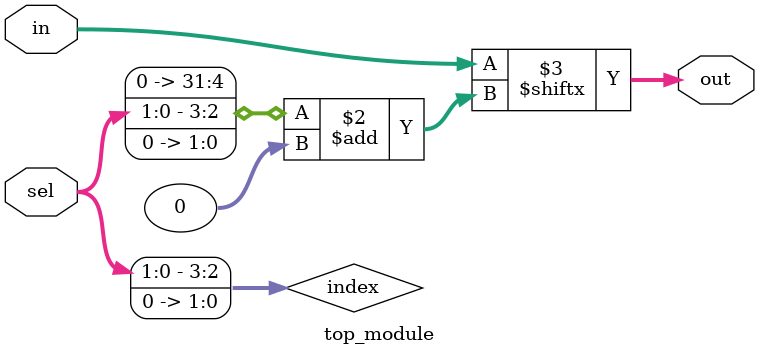
<source format=sv>
module top_module (
    input [1023:0] in,
    input [7:0] sel,
    output [3:0] out
);

    wire [3:0] index = (sel << 2);
    
    assign out = in[index +: 4];

endmodule

</source>
